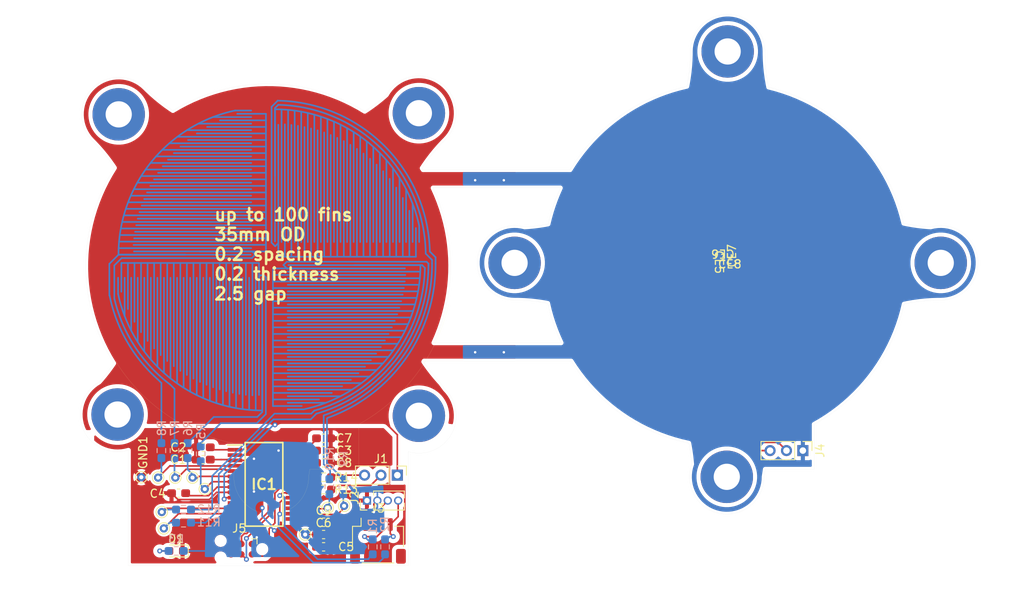
<source format=kicad_pcb>
(kicad_pcb (version 20241229) (generator "pcbnew") (generator_version "9.0")
  (layers (0 "F.Cu" signal) (2 "B.Cu" signal) (13 "F.Paste" user) (15 "B.Paste" user) (5 "F.SilkS" user "F.Silkscreen") (7 "B.SilkS" user "B.Silkscreen") (1 "F.Mask" user) (3 "B.Mask" user) (25 "Edge.Cuts" user))
  (net 0 "")
  (net 1 "Net-(IC1-VCCD)")
  (net 2 "GND")
  (net 3 "VDD")
  (net 4 "Net-(IC1-P5.2)")
  (net 5 "Net-(IC1-P5.3)")
  (net 6 "Net-(IC1-P5.0)")
  (net 7 "Net-(CE1-Pad2)")
  (net 8 "Net-(CE1-Pad1)")
  (net 9 "Net-(CE2-Pad2)")
  (net 10 "Net-(CE2-Pad1)")
  (net 15 "Net-(CE3-Pad1)")
  (net 16 "Net-(CE3-Pad2)")
  (net 17 "Net-(CE4-Pad1)")
  (net 18 "Net-(CE4-Pad2)")
  (net 19 "CAP3B")
  (net 20 "CAP2A")
  (net 21 "Net-(J1-Pin_3)")
  (net 22 "Net-(IC1-P0.1)")
  (net 27 "CAP0B")
  (net 28 "/RESET")
  (net 29 "Net-(IC1-P3.7)")
  (net 30 "CAP0A")
  (net 31 "CAP4A")
  (net 32 "Net-(IC1-P0.0)")
  (net 33 "CAP1A")
  (net 34 "CAP2B")
  (net 35 "CAP4B")
  (net 36 "Net-(IC1-P3.6)")
  (net 37 "CAP1B")
  (net 38 "CAP3A")
  (net 39 "SCL")
  (net 40 "SDA")
  (net 41 "SHEILD")
  (net 42 "Net-(J1-Pin_2)")
  (net 45 "Net-(D1-A)")
  (footprint "ECE382N:02W_02S_COIL_BACK" (layer "F.Cu") (at 186.462915 50.091 180)
    (property "Reference" "CE2" (hide yes))
    (property "Value" "C")
  )
  (footprint "MountingHole:MountingHole_3.2mm_M3_Pad" (layer "F.Cu") (at 216.813046 51.087283)
    (property "Reference" "H8" (hide yes))
    (property "Value" "~")
  )
  (footprint "ECE382N:02W_02S_COIL_BACK" (layer "F.Cu") (at 187.567915 50.341 90)
    (property "Reference" "CE3" (hide yes))
    (property "Value" "C")
  )
  (footprint "Capacitor_SMD:C_0603_1608Metric_Pad1.08x0.95mm_HandSolder" (layer "F.Cu") (at 175.8 79.2 180)
    (property "Reference" "C4")
    (property "Value" "0.1uF")
  )
  (footprint "TestPoint:TestPoint_THTPad_D1.0mm_Drill0.5mm" (layer "F.Cu") (at 177.5 77.3)
    (property "Reference" "TP2" (hide yes))
    (property "Value" "TestPoint")
  )
  (footprint "MountingHole:MountingHole_3.2mm_M3_Pad" (layer "F.Cu") (at 242.822646 25.280883)
    (property "Reference" "H5" (hide yes))
    (property "Value" "~")
  )
  (footprint "LED_SMD:LED_0603_1608Metric" (layer "F.Cu") (at 175.5 86.25 180)
    (property "Reference" "D1")
    (property "Value" "LED")
  )
  (footprint "Resistor_SMD:R_0603_1608Metric_Pad0.98x0.95mm_HandSolder" (layer "F.Cu") (at 193.5 77.25)
    (property "Reference" "R14")
    (property "Value" "560")
  )
  (footprint "Connector_PinHeader_1.27mm:PinHeader_1x04_P1.27mm_Vertical" (layer "F.Cu") (at 198.795 80.1 90)
    (property "Reference" "J2")
    (property "Value" "Conn_01x04")
  )
  (footprint "Capacitor_SMD:C_0603_1608Metric_Pad1.08x0.95mm_HandSolder" (layer "F.Cu") (at 178.8 75.1 180)
    (property "Reference" "C1")
    (property "Value" "0.1uF")
  )
  (footprint "ECE382N:02W_02S__COIL_FRONT" (layer "F.Cu") (at 242.23072 49.976 180)
    (property "Reference" "CE6")
    (property "Value" "C")
  )
  (footprint "Connector_PinHeader_2.00mm:PinHeader_1x03_P2.00mm_Vertical" (layer "F.Cu") (at 252.000001 74 -90)
    (property "Reference" "J4")
    (property "Value" "Conn_01x03")
  )
  (footprint "TestPoint:TestPoint_THTPad_D1.0mm_Drill0.5mm" (layer "F.Cu") (at 175.4 77.3 180)
    (property "Reference" "TP3" (hide yes))
    (property "Value" "TestPoint")
  )
  (footprint "ECE382N:02W_02S__COIL_FRONT" (layer "F.Cu") (at 243.33572 50.226 90)
    (property "Reference" "CE7")
    (property "Value" "C")
  )
  (footprint "Capacitor_SMD:C_0603_1608Metric_Pad1.08x0.95mm_HandSolder" (layer "F.Cu") (at 193.5 74)
    (property "Reference" "C3")
    (property "Value" "2.2n")
  )
  (footprint "TestPoint:TestPoint_THTPad_D1.0mm_Drill0.5mm" (layer "F.Cu") (at 173.75 81.5 180)
    (property "Reference" "TP8" (hide yes))
    (property "Value" "TestPoint")
  )
  (footprint "MountingHole:MountingHole_3.2mm_M3_Pad" (layer "F.Cu") (at 168.491566 32.958434)
    (property "Reference" "H1" (hide yes))
    (property "Value" "~")
  )
  (footprint "Connector_PinHeader_2.00mm:PinHeader_1x03_P2.00mm_Vertical" (layer "F.Cu") (at 202.5 77 -90)
    (property "Reference" "J1")
    (property "Value" "Conn_01x03")
  )
  (footprint "Connector_JST:JST_SH_SM04B-SRSS-TB_1x04-1MP_P1.00mm_Horizontal" (layer "F.Cu") (at 200.137801 85.026409)
    (property "Reference" "J3")
    (property "Value" "Conn_01x04")
  )
  (footprint "MountingHole:MountingHole_3.2mm_M3_Pad" (layer "F.Cu") (at 268.832246 51.087283)
    (property "Reference" "H6" (hide yes))
    (property "Value" "~")
  )
  (footprint "ECE382N:SOP65P780X200-28N" (layer "F.Cu") (at 186.223505 78.125)
    (property "Reference" "IC1")
    (property "Value" "CY8C4145PVI-PS431" (hide yes))
  )
  (footprint "TestPoint:TestPoint_THTPad_D1.0mm_Drill0.5mm" (layer "F.Cu") (at 173.3 77.3 180)
    (property "Reference" "TP4" (hide yes))
    (property "Value" "TestPoint")
  )
  (footprint "MountingHole:MountingHole_3.2mm_M3_Pad" (layer "F.Cu") (at 205.131046 69.749583)
    (property "Reference" "H4" (hide yes))
    (property "Value" "~")
  )
  (footprint "ECE382N:02W_02S_COIL_BACK" (layer "F.Cu") (at 186.012915 51.102 -90)
    (property "Reference" "CE1" (hide yes))
    (property "Value" "C")
  )
  (footprint "TestPoint:TestPoint_THTPad_D1.0mm_Drill0.5mm" (layer "F.Cu") (at 196 80.75 90)
    (property "Reference" "TP5" (hide yes))
    (property "Value" "TestPoint")
  )
  (footprint "TestPoint:TestPoint_THTPad_D1.0mm_Drill0.5mm" (layer "F.Cu") (at 194 81)
    (property "Reference" "TP6" (hide yes))
    (property "Value" "TestPoint")
  )
  (footprint "ECE382N:02W_02S_COIL_BACK" (layer "F.Cu") (at 187.317915 51.362)
    (property "Reference" "CE4" (hide yes))
    (property "Value" "C")
  )
  (footprint "Capacitor_SMD:C_0603_1608Metric_Pad1.08x0.95mm_HandSolder" (layer "F.Cu") (at 193.5 75.5)
    (property "Reference" "C8")
    (property "Value" "470n")
  )
  (footprint "TestPoint:TestPoint_THTPad_D1.0mm_Drill0.5mm" (layer "F.Cu") (at 174 83.5 180)
    (property "Reference" "TP7" (hide yes))
    (property "Value" "TestPoint")
  )
  (footprint "ECE382N:02W_02S__COIL_FRONT" (layer "F.Cu") (at 243.08572 51.247)
    (property "Reference" "CE8")
    (property "Value" "C")
  )
  (footprint "Connector:Tag-Connect_TC2030-IDC-NL_2x03_P1.27mm_Vertical" (layer "F.Cu") (at 183.47 86.035 180)
    (property "Reference" "J5")
    (property "Value" "Conn_ARM_SWD_TagConnect_TC2030-NL")
  )
  (footprint "TestPoint:TestPoint_THTPad_D1.0mm_Drill0.5mm" (layer "F.Cu") (at 191.25 84.25 180)
    (property "Reference" "VDDD1" (hide yes))
    (property "Value" "TestPoint")
  )
  (footprint "ECE382N:02W_02S__COIL_FRONT" (layer "F.Cu") (at 241.78072 50.987 -90)
    (property "Reference" "CE5")
    (property "Value" "C")
  )
  (footprint "Capacitor_SMD:C_0603_1608Metric_Pad1.08x0.95mm_HandSolder" (layer "F.Cu") (at 193.5 85.75)
    (property "Reference" "C5")
    (property "Value" "470n")
  )
  (footprint "MountingHole:MountingHole_3.2mm_M3_Pad" (layer "F.Cu") (at 168.347876 69.597883)
    (property "Reference" "H3" (hide yes))
    (property "Value" "~")
  )
  (footprint "MountingHole:MountingHole_3.2mm_M3_Pad" (layer "F.Cu") (at 242.715396 77.204133)
    (property "Reference" "H7" (hide yes))
    (property "Value" "~")
  )
  (footprint "TestPoint:TestPoint_THTPad_D1.0mm_Drill0.5mm" (layer "F.Cu") (at 171.25 77.25 -90)
    (property "Reference" "GND1")
    (property "Value" "TestPoint")
  )
  (footprint "Resistor_SMD:R_0603_1608Metric_Pad0.98x0.95mm_HandSolder" (layer "F.Cu") (at 193.5 78.75)
    (property "Reference" "R13")
    (property "Value" "560")
  )
  (footprint "Capacitor_SMD:C_0603_1608Metric_Pad1.08x0.95mm_HandSolder" (layer "F.Cu") (at 193.5 82.75)
    (property "Reference" "C9")
    (property "Value" "0.1uF")
  )
  (footprint "Capacitor_SMD:C_0603_1608Metric_Pad1.08x0.95mm_HandSolder" (layer "F.Cu") (at 178.8 73.6 180)
    (property "Reference" "C2")
    (property "Value" "0.1uF")
  )
  (footprint "Capacitor_SMD:C_0603_1608Metric_Pad1.08x0.95mm_HandSolder" (layer "F.Cu") (at 193.5 72.5)
    (property "Reference" "C7")
    (property "Value" "470n")
  )
  (footprint "Capacitor_SMD:C_0603_1608Metric_Pad1.08x0.95mm_HandSolder" (layer "F.Cu") (at 193.5 84.25)
    (property "Reference" "C6")
    (property "Value" "470n")
  )
  (footprint "MountingHole:MountingHole_3.2mm_M3_Pad" (layer "F.Cu") (at 205.131006 32.814753)
    (property "Reference" "H2" (hide yes))
    (property "Value" "~")
  )
  (footprint "TestPoint:TestPoint_THTPad_D1.0mm_Drill0.5mm" (layer "F.Cu") (at 179 78.7)
    (property "Reference" "TP1" (hide yes))
    (property "Value" "TestPoint")
  )
  (footprint "Resistor_SMD:R_0603_1608Metric_Pad0.98x0.95mm_HandSolder" (layer "B.Cu") (at 176.4 82.8)
    (property "Reference" "R11")
    (property "Value" "560")
  )
  (footprint "Resistor_SMD:R_0603_1608Metric_Pad0.98x0.95mm_HandSolder" (layer "B.Cu") (at 178.5 74.4 90)
    (property "Reference" "R5")
    (property "Value" "560")
  )
  (footprint "Resistor_SMD:R_0603_1608Metric_Pad0.98x0.95mm_HandSolder" (layer "B.Cu") (at 173.7 74 90)
    (property "Reference" "R8")
    (property "Value" "560")
  )
  (footprint "Resistor_SMD:R_0603_1608Metric_Pad0.98x0.95mm_HandSolder" (layer "B.Cu") (at 176.4 81.2)
    (property "Reference" "R12")
    (property "Value" "560")
  )
  (footprint "Resistor_SMD:R_0603_1608Metric_Pad0.98x0.95mm_HandSolder" (layer "B.Cu") (at 176.9 74 90)
    (property "Reference" "R6")
    (property "Value" "560")
  )
  (footprint "Resistor_SMD:R_0603_1608Metric_Pad0.98x0.95mm_HandSolder" (layer "B.Cu") (at 175.5 86.25 180)
    (property "Reference" "R3")
    (property "Value" "560")
  )
  (footprint "Resistor_SMD:R_0603_1608Metric_Pad0.98x0.95mm_HandSolder" (layer "B.Cu") (at 199.5 85.75 90)
    (property "Reference" "R1")
    (property "Value" "560")
  )
  (footprint "Resistor_SMD:R_0603_1608Metric_Pad0.98x0.95mm_HandSolder" (layer "B.Cu") (at 194.2 78.4 90)
    (property "Reference" "R10")
    (property "Value" "560")
  )
  (footprint "Resistor_SMD:R_0603_1608Metric_Pad0.98x0.95mm_HandSolder" (layer "B.Cu") (at 175.3 74 90)
    (property "Reference" "R7")
    (property "Value" "560")
  )
  (footprint "Resistor_SMD:R_0603_1608Metric_Pad0.98x0.95mm_HandSolder" (layer "B.Cu") (at 201 85.75 90)
    (property "Reference" "R2")
    (property "Value" "560")
  )
  (footprint "Resistor_SMD:R_0603_1608Metric_Pad0.98x0.95mm_HandSolder" (layer "B.Cu") (at 195.9 78.4 90)
    (property "Reference" "R9")
    (property "Value" "560")
  )
  (gr_arc (start 241.657561 69.567256) (mid 229.980985 65.442987) (end 223.48503 54.9) (stroke (width 0.2)) (layer "F.Cu") (net 21))
  (gr_arc (start 223.770734 49.484577) (mid 227.983107 38.058235) (end 238.4 31.75) (stroke (width 0.2)) (layer "F.Cu") (net 21))
  (gr_arc (start 243.699965 31.736812) (mid 256.40309 37.032601) (end 261.9 49.65) (stroke (width 0.2)) (layer "F.Cu") (net 21))
  (gr_arc (start 174.773714 65.943) (mid 170.440753 61.277946) (end 167.952995 55.4172) (stroke (width 0.2)) (layer "B.Cu") (net 10))
  (gr_arc (start 205.863053 51.7) (mid 201.993987 62.640438) (end 192.367051 69.120018) (stroke (width 0.2)) (layer "B.Cu") (net 18))
  (gr_arc (start 207.166597 51.155728) (mid 203.591214 62.679511) (end 194 70) (stroke (width 0.2)) (layer "B.Cu") (net 15))
  (gr_arc (start 187.882195 31.286187) (mid 200.876977 36.761217) (end 206.469101 49.70604) (stroke (width 0.2)) (layer "B.Cu") (net 15))
  (gr_arc (start 187.963946 31.797564) (mid 200.635265 37.240356) (end 205.964164 49.96) (stroke (width 0.2)) (layer "B.Cu") (net 16))
  (gr_arc (start 173.3 65.35) (mid 169.504185 60.693143) (end 167.376338 55.074707) (stroke (width 0.2)) (layer "B.Cu") (net 9))
  (gr_arc (start 206.299177 51.353274) (mid 202.486677 62.707486) (end 192.620041 69.497405) (stroke (width 0.2)) (layer "B.Cu") (net 17))
  (gr_arc (start 206.735478 51.155121) (mid 203.151587 62.548483) (end 193.569796 69.678858) (stroke (width 0.2)) (layer "B.Cu") (net 16))
  (gr_arc (start 208.766824 56.123035) (mid 204.854234 64.641913) (end 197.784146 70.797682) (stroke (width 0.008)) (layer "F.SilkS"))
  (gr_arc (start 182.464917 73.10369) (mid 174.257781 69.560132) (end 168.103842 63.076083) (stroke (width 0.008)) (layer "F.SilkS"))
  (gr_line (start 197.784146 70.797682) (end 197.784146 76.284083) (stroke (width 0.008)) (layer "F.SilkS"))
  (gr_line (start 197.784146 76.284083) (end 191.814195 76.284083) (stroke (width 0.008)) (layer "F.SilkS"))
  (gr_line (start 191.676799 77.182719) (end 191.814195 76.284083) (stroke (width 0.008)) (layer "F.SilkS"))
  (gr_arc (start 191.676799 77.182719) (mid 186.3339 81.703965) (end 182.815522 75.653404) (stroke (width 0.008)) (layer "F.SilkS"))
  (gr_arc (start 182.464917 73.10369) (mid 182.678102 74.373338) (end 182.815522 75.653404) (stroke (width 0.008)) (layer "F.SilkS"))
  (gr_arc (start 216.813046 55.653635) (mid 212.2889 50.467868) (end 218.040426 46.688975) (stroke (width 0.008)) (layer "Edge.Cuts"))
  (gr_line (start 206.966778 60.840883) (end 222.487259 60.840883) (stroke (width 0.008)) (layer "Edge.Cuts"))
  (gr_arc (start 165.262667 36.187333) (mid 166.696577 37.771834) (end 167.965653 39.49119) (stroke (width 0.008)) (layer "Edge.Cuts"))
  (gr_arc (start 222.487259 60.840883) (mid 221.529753 58.483548) (end 220.847236 56.032423) (stroke (width 0.008)) (layer "Edge.Cuts"))
  (gr_line (start 203.808246 88.069683) (end 203.808246 74.120137) (stroke (width 0.008)) (layer "Edge.Cuts"))
  (gr_arc (start 175.107991 32.487779) (mid 173.343807 31.195145) (end 171.720464 29.729536) (stroke (width 0.008)) (layer "Edge.Cuts"))
  (gr_arc (start 238.256294 25.280883) (mid 242.822646 20.714531) (end 247.388998 25.280883) (stroke (width 0.008)) (layer "Edge.Cuts"))
  (gr_line (start 208.344731 66.505547) (end 207.806458 65.772968) (stroke (width 0.008)) (layer "Edge.Cuts"))
  (gr_arc (start 247.281699 77.182719) (mid 241.9388 81.703965) (end 238.420422 75.653404) (stroke (width 0.008)) (layer "Edge.Cuts"))
  (gr_arc (start 267.604866 46.688975) (mid 273.356392 50.467868) (end 268.832246 55.653635) (stroke (width 0.008)) (layer "Edge.Cuts"))
  (gr_arc (start 223.583609 39.708083) (mid 229.665648 33.160005) (end 237.831414 29.528363) (stroke (width 0.008)) (layer "Edge.Cuts"))
  (gr_arc (start 220.895547 46.331918) (mid 219.473982 46.558391) (end 218.040426 46.688975) (stroke (width 0.008)) (layer "Edge.Cuts"))
  (gr_arc (start 264.371724 56.123035) (mid 266.58967 55.771307) (end 268.832246 55.653635) (stroke (width 0.008)) (layer "Edge.Cuts"))
  (gr_arc (start 216.813046 55.653635) (mid 218.839013 55.748539) (end 220.847236 56.032423) (stroke (width 0.008)) (layer "Edge.Cuts"))
  (gr_arc (start 205.537759 39.52963) (mid 205.594166 39.618724) (end 205.65015 39.708083) (stroke (width 0.008)) (layer "Edge.Cuts"))
  (gr_arc (start 267.604866 46.688975) (mid 265.955471 46.530284) (end 264.323254 46.244706) (stroke (width 0.008)) (layer "Edge.Cuts"))
  (gr_arc (start 175.107991 32.487779) (mid 186.826148 29.211232) (end 198.518452 32.57887) (stroke (width 0.008)) (layer "Edge.Cuts"))
  (gr_line (start 253.389046 70.797682) (end 253.389046 76.284083) (stroke (width 0.008)) (layer "Edge.Cuts"))
  (gr_line (start 169.670646 73.968446) (end 169.670646 88.069683) (stroke (width 0.008)) (layer "Edge.Cuts"))
  (gr_arc (start 238.256294 25.280883) (mid 238.149809 27.415222) (end 237.831414 29.528363) (stroke (width 0.008)) (layer "Edge.Cuts"))
  (gr_arc (start 201.153049 30.572566) (mid 207.892066 29.177708) (end 208.359909 36.043649) (stroke (width 0.008)) (layer "Edge.Cuts"))
  (gr_arc (start 247.833969 29.626599) (mid 247.500531 27.465102) (end 247.388998 25.280883) (stroke (width 0.008)) (layer "Edge.Cuts"))
  (gr_arc (start 207.806458 65.772968) (mid 206.71664 64.502747) (end 205.729285 63.151349) (stroke (width 0.008)) (layer "Edge.Cuts"))
  (gr_line (start 223.708742 63.076083) (end 205.775282 63.076083) (stroke (width 0.008)) (layer "Edge.Cuts"))
  (gr_arc (start 201.153049 30.572566) (mid 199.874538 31.626653) (end 198.518452 32.57887) (stroke (width 0.008)) (layer "Edge.Cuts"))
  (gr_arc (start 205.775282 63.076083) (mid 205.752322 63.113739) (end 205.729285 63.151349) (stroke (width 0.008)) (layer "Edge.Cuts"))
  (gr_arc (start 205.537759 39.52963) (mid 206.857374 37.712596) (end 208.359909 36.043649) (stroke (width 0.008)) (layer "Edge.Cuts"))
  (gr_line (start 205.65015 39.708083) (end 223.583609 39.708083) (stroke (width 0.008)) (layer "Edge.Cuts"))
  (gr_arc (start 264.371724 56.123035) (mid 260.459134 64.641913) (end 253.389046 70.797682) (stroke (width 0.008)) (layer "Edge.Cuts"))
  (gr_arc (start 238.069817 73.10369) (mid 229.862681 69.560132) (end 223.708742 63.076083) (stroke (width 0.008)) (layer "Edge.Cuts"))
  (gr_arc (start 208.344731 66.505547) (mid 209.053974 72.086716) (end 203.808246 74.120137) (stroke (width 0.008)) (layer "Edge.Cuts"))
  (gr_arc (start 238.069817 73.10369) (mid 238.283002 74.373338) (end 238.420422 75.653404) (stroke (width 0.008)) (layer "Edge.Cuts"))
  (gr_line (start 222.392107 41.943283) (end 206.871633 41.943283) (stroke (width 0.008)) (layer "Edge.Cuts"))
  (gr_line (start 247.281699 77.182719) (end 247.419095 76.284083) (stroke (width 0.008)) (layer "Edge.Cuts"))
  (gr_arc (start 206.871633 41.943283) (mid 209.021783 51.381497) (end 206.966778 60.840883) (stroke (width 0.008)) (layer "Edge.Cuts"))
  (gr_arc (start 220.895547 46.331918) (mid 221.529363 44.098566) (end 222.392107 41.943283) (stroke (width 0.008)) (layer "Edge.Cuts"))
  (gr_arc (start 169.670646 73.968446) (mid 164.148379 71.391131) (end 166.105697 65.619918) (stroke (width 0.008)) (layer "Edge.Cuts"))
  (gr_line (start 169.670646 88.069683) (end 203.808246 88.069683) (stroke (width 0.008)) (layer "Edge.Cuts"))
  (gr_arc (start 165.262667 36.187333) (mid 165.262667 29.729535) (end 171.720464 29.729536) (stroke (width 0.008)) (layer "Edge.Cuts"))
  (gr_arc (start 167.872095 63.348564) (mid 164.456998 51.406301) (end 167.965653 39.49119) (stroke (width 0.008)) (layer "Edge.Cuts"))
  (gr_line (start 253.389046 76.284083) (end 247.419095 76.284083) (stroke (width 0.008)) (layer "Edge.Cuts"))
  (gr_arc (start 167.872095 63.348564) (mid 167.027037 64.513902) (end 166.105697 65.619918) (stroke (width 0.008)) (layer "Edge.Cuts"))
  (gr_arc (start 247.833969 29.626599) (mid 258.436826 35.595719) (end 264.323254 46.244706) (stroke (width 0.008)) (layer "Edge.Cuts"))
  (gr_text "up to 100 fins\n35mm OD\n0.2 spacing\n0.2 thickness\n2.5 gap" (at 180 55.75 0) (layer "F.SilkS") (effects (font (size 1.5 1.5) (thickness 0.3) (bold yes)) (justify left bottom)))
  (segment (start 180.1 73.9) (end 182.685505 73.9) (width 0.2) (layer "F.Cu") (net 1))
  (segment (start 182.685505 79.1) (end 180.432786 79.1) (width 0.2) (layer "F.Cu") (net 2))
  (segment (start 198.795 82.86921) (end 198.637801 83.026409) (width 0.2) (layer "F.Cu") (net 2))
  (segment (start 198.795 80.1) (end 198.795 82.86921) (width 0.2) (layer "F.Cu") (net 2))
  (segment (start 201.524 78.274) (end 201.524 74.524) (width 0.2) (layer "F.Cu") (net 2))
  (segment (start 182.2 84.7) (end 182 84.5) (width 0.2) (layer "F.Cu") (net 2))
  (segment (start 180.432786 79.1) (end 179.556786 79.976) (width 0.2) (layer "F.Cu") (net 2))
  (segment (start 179.556786 79.976) (end 175.713499 79.976) (width 0.2) (layer "F.Cu") (net 2))
  (segment (start 175.713499 79.976) (end 174.937499 79.2) (width 0.2) (layer "F.Cu") (net 2))
  (segment (start 203.407246 79.157246) (end 203.407246 81.5) (width 0.2) (layer "F.Cu") (net 2))
  (segment (start 185 74) (end 186 74) (width 0.2) (layer "F.Cu") (net 2))
  (segment (start 182.685505 74.55) (end 184.45 74.55) (width 0.2) (layer "F.Cu") (net 2))
  (segment (start 184.45 74.55) (end 185 74) (width 0.2) (layer "F.Cu") (net 2))
  (segment (start 182.2 85.4) (end 182.2 84.7) (width 0.2) (layer "F.Cu") (net 2))
  (via (at 186 81) (size 0.6) (drill 0.3) (layers "F.Cu" "B.Cu") (net 2))
  (via (at 187.484285 83.765715) (size 0.6) (drill 0.3) (layers "F.Cu" "B.Cu") (net 2))
  (segment (start 187.109285 83.390715) (end 187.109285 83.109285) (width 0.2) (layer "B.Cu") (net 2))
  (segment (start 187.109285 83.109285) (end 186 82) (width 0.2) (layer "B.Cu") (net 2))
  (segment (start 186 82) (end 186 81) (width 0.2) (layer "B.Cu") (net 2))
  (segment (start 187.484285 83.765715) (end 187.109285 83.390715) (width 0.2) (layer "B.Cu") (net 2))
  (segment (start 192.2375 82.35) (end 192.6375 82.75) (width 0.2) (layer "F.Cu") (net 3))
  (segment (start 182.685505 75.2) (end 184.8 75.2) (width 0.2) (layer "F.Cu") (net 3))
  (segment (start 185.150252 84.776813) (end 185.150252 84.989748) (width 0.2) (layer "F.Cu") (net 3))
  (segment (start 182.585505 75.1) (end 182.685505 75.2) (width 0.2) (layer "F.Cu") (net 3))
  (segment (start 179.464686 79.501) (end 180.515686 78.45) (width 0.2) (layer "F.Cu") (net 3))
  (segment (start 179.6625 75.1) (end 181 75.1) (width 0.2) (layer "F.Cu") (net 3))
  (segment (start 176.963501 79.501) (end 179.464686 79.501) (width 0.2) (layer "F.Cu") (net 3))
  (segment (start 181 75.1) (end 182.585505 75.1) (width 0.2) (layer "F.Cu") (net 3))
  (segment (start 185.340317 84.586748) (end 185.150252 84.776813) (width 0.2) (layer "F.Cu") (net 3))
  (segment (start 184.45 78.45) (end 185 79) (width 0.2) (layer "F.Cu") (net 3))
  (segment (start 180.515686 78.45) (end 182.685505 78.45) (width 0.2) (layer "F.Cu") (net 3))
  (segment (start 185.150252 84.989748) (end 184.74 85.4) (width 0.2) (layer "F.Cu") (net 3))
  (segment (start 189.761505 82.35) (end 192.2375 82.35) (width 0.2) (layer "F.Cu") (net 3))
  (segment (start 189.761505 73.9) (end 188.1 73.9) (width 0.2) (layer "F.Cu") (net 3))
  (segment (start 200.065 80.1) (end 199.637801 80.527199) (width 0.2) (layer "F.Cu") (net 3))
  (segment (start 188.1 73.9) (end 188 74) (width 0.2) (layer "F.Cu") (net 3))
  (segment (start 199.637801 83.026409) (end 199.637801 81.5) (width 0.2) (layer "F.Cu") (net 3))
  (segment (start 176.662501 79.2) (end 176.963501 79.501) (width 0.2) (layer "F.Cu") (net 3))
  (segment (start 191.25 84.25) (end 192.637499 84.25) (width 0.2) (layer "F.Cu") (net 3))
  (segment (start 182.685505 78.45) (end 184.45 78.45) (width 0.2) (layer "F.Cu") (net 3))
  (segment (start 184.8 75.2) (end 185 75) (width 0.2) (layer "F.Cu") (net 3))
  (segment (start 199.637801 80.527199) (end 199.637801 81.5) (width 0.2) (layer "F.Cu") (net 3))
  (segment (start 192.637499 85.75) (end 192.6375 82.75) (width 0.2) (layer "F.Cu") (net 3))
  (via (at 185 75) (size 0.6) (drill 0.3) (layers "F.Cu" "B.Cu") (net 3))
  (via (at 199.637801 81.5) (size 0.6) (drill 0.3) (layers "F.Cu" "B.Cu") (net 3))
  (via (at 185.340317 84.586748) (size 0.6) (drill 0.3) (layers "F.Cu" "B.Cu") (net 3))
  (via (at 185 79) (size 0.6) (drill 0.3) (layers "F.Cu" "B.Cu") (net 3))
  (via (at 188 74) (size 0.6) (drill 0.3) (layers "F.Cu" "B.Cu") (net 3))
  (segment (start 200.065 80.1) (end 200.065 80.935) (width 0.2) (layer "B.Cu") (net 3))
  (segment (start 200 81) (end 199.5 81.5) (width 0.2) (layer "B.Cu") (net 3))
  (segment (start 200.065 80.935) (end 200 81) (width 0.2) (layer "B.Cu") (net 3))
  (segment (start 200.065 80.1) (end 200.065 78.565) (width 0.2) (layer "B.Cu") (net 3))
  (segment (start 176.4125 86.25) (end 179.25 86.25) (width 0.2) (layer "B.Cu") (net 3))
  (segment (start 192.2 73.737499) (end 190.737499 75.2) (width 0.2) (layer "F.Cu") (net 4))
  (segment (start 190.737499 75.2) (end 189.761505 75.2) (width 0.2) (layer "F.Cu") (net 4))
  (segment (start 189.761505 74.55) (end 189.812505 74.601) (width 0.2) (layer "F.Cu") (net 5))
  (segment (start 190.649 74.601) (end 192.637499 72.612501) (width 0.2) (layer "F.Cu") (net 5))
  (segment (start 192.637499 72.612501) (end 192.637499 72.5) (width 0.2) (layer "F.Cu") (net 5))
  (segment (start 189.812505 74.601) (end 190.649 74.601) (width 0.2) (layer "F.Cu") (net 5))
  (segment (start 191.987499 75.85) (end 189.761505 75.85) (width 0.2) (layer "F.Cu") (net 6))
  (segment (start 192.4 75.437499) (end 191.987499 75.85) (width 0.2) (layer "F.Cu") (net 6))
  (segment (start 186.012915 69.287085) (end 185.4 69.9) (width 0.2) (layer "B.Cu") (net 7))
  (segment (start 180.0875 69.9) (end 176.9 73.0875) (width 0.2) (layer "B.Cu") (net 7))
  (segment (start 186.012915 61.002) (end 186.012915 69.287085) (width 0.2) (layer "B.Cu") (net 7))
  (segment (start 185.4 69.9) (end 180.0875 69.9) (width 0.2) (layer "B.Cu") (net 7))
  (segment (start 186.012915 61.402) (end 186.012915 68.687085) (width 0.2) (layer "B.Cu") (net 7))
  (segment (start 180.95 70.65) (end 185.35 70.65) (width 0.2) (layer "B.Cu") (net 8))
  (segment (start 178.525 73.075) (end 180.95 70.65) (width 0.2) (layer "B.Cu") (net 8))
  (segment (start 185.35 70.65) (end 186.45 69.55) (width 0.2) (layer "B.Cu") (net 8))
  (segment (start 185.799 52.601) (end 185.612915 52.787085) (width 0.2) (layer "B.Cu") (net 8))
  (segment (start 178.5 73.075) (end 178.525 73.075) (width 0.2) (layer "B.Cu") (net 8))
  (segment (start 186.45 52.841311) (end 186.209689 52.601) (width 0.2) (layer "B.Cu") (net 8))
  (segment (start 185.612915 52.787085) (end 185.612915 59.2) (width 0.2) (layer "B.Cu") (net 8))
  (segment (start 186.45 69.55) (end 186.45 52.841311) (width 0.2) (layer "B.Cu") (net 8))
  (segment (start 186.209689 52.601) (end 185.799 52.601) (width 0.2) (layer "B.Cu") (net 8))
  (segment (start 167.35 51.203915) (end 167.35 55.048369) (width 0.2) (layer "B.Cu") (net 9))
  (segment (start 170.65 50.1) (end 169.717815 50.1) (width 0.2) (layer "B.Cu") (net 9))
  (segment (start 168.462915 50.091) (end 167.35 51.203915) (width 0.2) (layer "B.Cu") (net 9))
  (segment (start 171.012057 50.091) (end 170.679857 50.091) (width 0.2) (layer "B.Cu") (net 9))
  (segment (start 173.3 65.35) (end 173.7 65.75) (width 0.2) (layer "B.Cu") (net 9))
  (segment (start 176.662915 50.091) (end 168.659 50.091) (width 0.2) (layer "B.Cu") (net 9))
  (segment (start 169.717815 50.1) (end 169.385615 50.1) (width 0.2) (layer "B.Cu") (net 9))
  (segment (start 176.562915 50.091) (end 168.462915 50.091) (width 0.2) (layer "B.Cu") (net 9))
  (segment (start 167.35 55.048369) (end 167.376338 55.074707) (width 0.2) (layer "B.Cu") (net 9))
  (segment (start 170.407157 50.091) (end 176.662915 50.091) (width 0.2) (layer "B.Cu") (net 9))
  (segment (start 173.7 65.75) (end 173.7 73.0875) (width 0.2) (layer "B.Cu") (net 9))
  (segment (start 185.05 50.201689) (end 184.751689 50.5) (width 0.2) (layer "B.Cu") (net 10))
  (segment (start 185.05 49.95) (end 185.05 50.201689) (width 0.2) (layer "B.Cu") (net 10))
  (segment (start 167.952995 51.39482) (end 167.952995 55.4172) (width 0.2) (layer "B.Cu") (net 10))
  (segment (start 168.847815 50.5) (end 167.952995 51.39482) (width 0.2) (layer "B.Cu") (net 10))
  (segment (start 178.364915 49.691) (end 184.791 49.691) (width 0.2) (layer "B.Cu") (net 10))
  (segment (start 175.3 66.469286) (end 175.3 73.0875) (width 0.2) (layer "B.Cu") (net 10))
  (segment (start 174.773714 65.943) (end 175.3 66.469286) (width 0.2) (layer "B.Cu") (net 10))
  (segment (start 184.751689 50.5) (end 168.847815 50.5) (width 0.2) (layer "B.Cu") (net 10))
  (segment (start 184.791 49.691) (end 185.05 49.95) (width 0.2) (layer "B.Cu") (net 10))
  (segment (start 195.9 77.4875) (end 193.9125 75.5) (width 0.2) (layer "B.Cu") (net 15))
  (segment (start 206.469101 49.70604) (end 207.166597 50.403536) (width 0.2) (layer "B.Cu") (net 15))
  (segment (start 187.6 49.05) (end 187.579141 49.05) (width 0.2) (layer "B.Cu") (net 15))
  (segment (start 187.15 32.035223) (end 187.899036 31.286187) (width 0.2) (layer "B.Cu") (net 15))
  (segment (start 187.579141 49.05) (end 187.15 48.620859) (width 0.2) (layer "B.Cu") (net 15))
  (segment (start 187.967915 48.682085) (end 187.6 49.05) (width 0.2) (layer "B.Cu") (net 15))
  (segment (start 207.166597 50.403536) (end 207.166597 51.155728) (width 0.2) (layer "B.Cu") (net 15))
  (segment (start 187.15 48.620859) (end 187.15 32.035223) (width 0.2) (layer "B.Cu") (net 15))
  (segment (start 193.9125 70.0875) (end 194 70) (width 0.2) (layer "B.Cu") (net 15))
  (segment (start 187.967915 42.243) (end 187.967915 48.682085) (width 0.2) (layer "B.Cu") (net 15))
  (segment (start 193.9125 75.5) (end 193.9125 70.0875) (width 0.2) (layer "B.Cu") (net 15))
  (segment (start 187.567915 32.193595) (end 187.963946 31.797564) (width 0.2) (layer "B.Cu") (net 16))
  (segment (start 187.567915 40.441) (end 187.567915 32.193595) (width 0.2) (layer "B.Cu") (net 16))
  (segment (start 193.5115 75.6661) (end 194.3 76.4546) (width 0.2) (layer "B.Cu") (net 16))
  (segment (start 193.5115 69.737154) (end 193.5115 70.9885) (width 0.2) (layer "B.Cu") (net 16))
  (segment (start 193.5115 71) (end 193.5115 75.6661) (width 0.2) (layer "B.Cu") (net 16))
  (segment (start 193.5115 70.9885) (end 193.5 71) (width 0.2) (layer "B.Cu") (net 16))
  (segment (start 205.964164 49.96) (end 206.735478 50.731314) (width 0.2) (layer "B.Cu") (net 16))
  (segment (start 187.963946 31.797564) (end 187.954759 31.797564) (width 0.2) (layer "B.Cu") (net 16))
  (segment (start 193.569796 69.678858) (end 193.5115 69.737154) (width 0.2) (layer "B.Cu") (net 16))
  (segment (start 194.3 76.4546) (end 194.3 77.3875) (width 0.2) (layer "B.Cu") (net 16))
  (segment (start 206.735478 50.731314) (end 206.735478 51.155121) (width 0.2) (layer "B.Cu") (net 16))
  (segment (start 194.3 77.3875) (end 194.2 77.4875) (width 0.2) (layer "B.Cu") (net 16))
  (segment (start 193.5 71) (end 193.5115 71) (width 0.2) (layer "B.Cu") (net 16))
  (segment (start 179.1 82.8) (end 177.3125 82.8) (width 0.2) (layer "B.Cu") (net 17))
  (segment (start 195.415915 51.762) (end 189.012 51.762) (width 0.2) (layer "B.Cu") (net 17))
  (segment (start 188.6 51.35) (end 189 50.95) (width 0.2) (layer "B.Cu") (net 17))
  (segment (start 206.299177 51.173261) (end 206.299177 51.353274) (width 0.2) (layer "B.Cu") (net 17))
  (segment (start 187.374754 70.192346) (end 180.7 76.8671) (width 0.2) (layer "B.Cu") (net 17))
  (segment (start 192.620041 69.497405) (end 191.9251 70.192346) (width 0.2) (layer "B.Cu") (net 17))
  (segment (start 180.7 76.8671) (end 180.7 81.2) (width 0.2) (layer "B.Cu") (net 17))
  (segment (start 180.7 81.2) (end 179.1 82.8) (width 0.2) (layer "B.Cu") (net 17))
  (segment (start 189 50.95) (end 206.075916 50.95) (width 0.2) (layer "B.Cu") (net 17))
  (segment (start 189.012 51.762) (end 188.6 51.35) (width 0.2) (layer "B.Cu") (net 17))
  (segment (start 206.075916 50.95) (end 206.299177 51.173261) (width 0.2) (layer "B.Cu") (net 17))
  (segment (start 191.9251 70.192346) (end 187.374754 70.192346) (width 0.2) (layer "B.Cu") (net 17))
  (segment (start 179.9 81.2) (end 177.3125 81.2) (width 0.2) (layer "B.Cu") (net 18))
  (segment (start 191.992115 69.492115) (end 187.507885 69.492115) (width 0.2) (layer "B.Cu") (net 18))
  (segment (start 187.507885 69.492115) (end 179.9 77.1) (width 0.2) (layer "B.Cu") (net 18))
  (segment (start 205.525053 51.362) (end 205.863053 51.7) (width 0.2) (layer "B.Cu") (net 18))
  (segment (start 179.9 77.1) (end 179.9 81.2) (width 0.2) (layer "B.Cu") (net 18))
  (segment (start 192.366431 69.117799) (end 191.992115 69.492115) (width 0.2) (layer "B.Cu") (net 18))
  (segment (start 197.217915 51.362) (end 205.525053 51.362) (width 0.2) (layer "B.Cu") (net 18))
  (segment (start 189.761505 81.05) (end 189.812505 81.101) (width 0.2) (layer "F.Cu") (net 19))
  (segment (start 193.899 81.101) (end 194 81) (width 0.2) (layer "F.Cu") (net 19))
  (segment (start 189.761505 81.174) (end 189.761505 81.05) (width 0.2) (layer "F.Cu") (net 19))
  (segment (start 189.812505 81.101) (end 193.899 81.101) (width 0.2) (layer "F.Cu") (net 19))
  (segment (start 194.2 80.8) (end 194 81) (width 0.2) (layer "B.Cu") (net 19))
  (segment (start 194.2 79.3125) (end 194.2 80.8) (width 0.2) (layer "B.Cu") (net 19))
  (segment (start 182.685505 76.5) (end 182.561505 76.376) (width 0.2) (layer "F.Cu") (net 20))
  (segment (start 176.723 76.277) (end 175.6 77.4) (width 0.2) (layer "F.Cu") (net 20))
  (segment (start 181.497005 76.376) (end 181.497005 76.277) (width 0.2) (layer "F.Cu") (net 20))
  (segment (start 181.497005 76.277) (end 176.723 76.277) (width 0.2) (layer "F.Cu") (net 20))
  (segment (start 182.561505 76.376) (end 181.497005 76.376) (width 0.2) (layer "F.Cu") (net 20))
  (segment (start 175.3 77.1) (end 175.6 77.4) (width 0.2) (layer "B.Cu") (net 20))
  (segment (start 175.3 74.9125) (end 175.3 77.1) (width 0.2) (layer "B.Cu") (net 20))
  (segment (start 194.9125 77) (end 194.4125 77.5) (width 0.2) (layer "F.Cu") (net 21))
  (segment (start 223.770734 50.45) (end 223.770734 52.179266) (width 0.2) (layer "F.Cu") (net 21))
  (segment (start 223.770734 52.179266) (end 223.5 52.45) (width 0.2) (layer "F.Cu") (net 21))
  (segment (start 241.78072 69.042) (end 242.04436 69.30564) (width 0.2) (layer "F.Cu") (net 21))
  (segment (start 241.657561 69.567256) (end 241.919177 69.30564) (width 0.2) (layer "F.Cu") (net 21))
  (segment (start 231.85672 50.45) (end 223.770734 50.45) (width 0.2) (layer "F.Cu") (net 21))
  (segment (start 243.33572 40.441) (end 243.33572 31.76974) (width 0.2) (layer "F.Cu") (net 21))
  (segment (start 261.9 49.65) (end 260.303 51.247) (width 0.2) (layer "F.Cu") (net 21))
  (segment (start 246.73872 74) (end 248.000001 74) (width 0.2) (layer "F.Cu") (net 21))
  (segment (start 243.35546 31.75) (end 243.684018 31.75) (width 0.2) (layer "F.Cu") (net 21))
  (segment (start 198.5 77) (end 194.9125 77) (width 0.2) (layer "F.Cu") (net 21))
  (segment (start 260.303 51.247) (end 253.38572 51.247) (width 0.2) (layer "F.Cu") (net 21))
  (segment (start 232.33072 49.976) (end 231.85672 50.45) (width 0.2) (layer "F.Cu") (net 21))
  (segment (start 223.770734 49.484577) (end 223.770734 50.45) (width 0.2) (layer "F.Cu") (net 21))
  (segment (start 243.33572 31.76974) (end 243.35546 31.75) (width 0.2) (layer "F.Cu") (net 21))
  (segment (start 241.78072 61.287) (end 241.78072 69.042) (width 0.2) (layer "F.Cu") (net 21))
  (segment (start 241.919177 69.30564) (end 242.04436 69.30564) (width 0.2) (layer "F.Cu") (net 21))
  (segment (start 242.04436 69.30564) (end 246.73872 74) (width 0.2) (layer "F.Cu") (net 21))
  (segment (start 223.5 52.45) (end 223.5 54.88503) (width 0.2) (layer "F.Cu") (net 21))
  (segment (start 243.35546 31.75) (end 238.4 31.75) (width 0.2) (layer "F.Cu") (net 21))
  (segment (start 183.477687 86.67) (end 184.07737 87.269683) (width 0.2) (layer "F.Cu") (net 22))
  (segment (start 188.2 77.8) (end 189.761505 77.8) (width 0.2) (layer "F.Cu") (net 22))
  (segment (start 187.151 78.849) (end 188.2 77.8) (width 0.2) (layer "F.Cu") (net 22))
  (segment (start 187.151 81.649) (end 187.151 78.849) (width 0.2) (layer "F.Cu") (net 22))
  (segment (start 184.07737 84.72263) (end 187.151 81.649) (width 0.2) (layer "F.Cu") (net 22))
  (segment (start 183.47 86.67) (end 183.477687 86.67) (width 0.2) (layer "F.Cu") (net 22))
  (via (at 184.07737 87.269683) (size 0.6) (drill 0.3) (layers "F.Cu" "B.Cu") (net 22))
  (via (at 184.07737 84.72263) (size 0.6) (drill 0.3) (layers "F.Cu" "B.Cu") (net 22))
  (segment (start 184.07737 84.72263) (end 184.07737 87.269683) (width 0.2) (layer "B.Cu") (net 22))
  (segment (start 192.5875 77.5) (end 192.2375 77.15) (width 0.2) (layer "F.Cu") (net 27))
  (segment (start 192.2375 77.15) (end 189.761505 77.15) (width 0.2) (layer "F.Cu") (net 27))
  (segment (start 183.828427 84.12163) (end 184.11127 84.12163) (width 0.2) (layer "F.Cu") (net 28))
  (segment (start 184.11127 84.12163) (end 186.75 81.4829) (width 0.2) (layer "F.Cu") (net 28))
  (segment (start 186.75 81.4829) (end 186.75 78.447005) (width 0.2) (layer "F.Cu") (net 28))
  (segment (start 186.75 78.447005) (end 188.697005 76.5) (width 0.2) (layer "F.Cu") (net 28))
  (segment (start 183.47 85.03) (end 183.502399 84.997601) (width 0.2) (layer "F.Cu") (net 28))
  (segment (start 183.47637 84.473687) (end 183.828427 84.12163) (width 0.2) (layer "F.Cu") (net 28))
  (segment (start 183.47637 84.971573) (end 183.47637 84.473687) (width 0.2) (layer "F.Cu") (net 28))
  (segment (start 183.502399 84.997601) (end 183.47637 84.971573) (width 0.2) (layer "F.Cu") (net 28))
  (segment (start 183.47 85.4) (end 183.47 85.03) (width 0.2) (layer "F.Cu") (net 28))
  (segment (start 188.697005 76.5) (end 189.761505 76.5) (width 0.2) (layer "F.Cu") (net 28))
  (segment (start 189.711505 79.15) (end 189.761505 79.1) (width 0.2) (layer "F.Cu") (net 29))
  (segment (start 188.152 79.499472) (end 188.501472 79.15) (width 0.2) (layer "F.Cu") (net 29))
  (segment (start 188.501472 79.15) (end 189.711505 79.15) (width 0.2) (layer "F.Cu") (net 29))
  (via (at 188.152 79.499472) (size 0.6) (drill 0.3) (layers "F.Cu" "B.Cu") (net 29))
  (segment (start 188.448528 79.446585) (end 188.753 79.751057) (width 0.2) (layer "B.Cu") (net 29))
  (segment (start 188.204887 79.446585) (end 188.448528 79.446585) (width 0.2) (layer "B.Cu") (net 29))
  (segment (start 192.767683 87.267683) (end 197.482317 87.267683) (width 0.2) (layer "B.Cu") (net 29))
  (segment (start 188.753 83.247) (end 188.75 83.25) (width 0.2) (layer "B.Cu") (net 29))
  (segment (start 197.482317 87.267683) (end 197.5 87.25) (width 0.2) (layer "B.Cu") (net 29))
  (segment (start 188.75 83.25) (end 192.767683 87.267683) (width 0.2) (layer "B.Cu") (net 29))
  (segment (start 199 87.1625) (end 199.5 86.6625) (width 0.2) (layer "B.Cu") (net 29))
  (segment (start 197.5 87.25) (end 199 87.25) (width 0.2) (layer "B.Cu") (net 29))
  (segment (start 188.152 79.499472) (end 188.204887 79.446585) (width 0.2) (layer "B.Cu") (net 29))
  (segment (start 188.753 79.751057) (end 188.753 83.247) (width 0.2) (layer "B.Cu") (net 29))
  (segment (start 199 87.25) (end 199 87.1625) (width 0.2) (layer "B.Cu") (net 29))
  (segment (start 190.9375 80.4) (end 189.761505 80.4) (width 0.2) (layer "F.Cu") (net 30))
  (segment (start 192.327298 79.010202) (end 190.9375 80.4) (width 0.2) (layer "F.Cu") (net 30))
  (segment (start 192.59482 79.010202) (end 192.327298 79.010202) (width 0.2) (layer "F.Cu") (net 30))
  (segment (start 182.685505 81.7) (end 175.8 81.7) (width 0.2) (layer "F.Cu") (net 31))
  (segment (start 175.8 81.7) (end 174 83.5) (width 0.2) (layer "F.Cu") (net 31))
  (segment (start 174.7 82.8) (end 174 83.5) (width 0.2) (layer "B.Cu") (net 31))
  (segment (start 175.4875 82.8) (end 174.7 82.8) (width 0.2) (layer "B.Cu") (net 31))
  (segment (start 189.761505 78.45) (end 188.3 78.45) (width 0.2) (layer "F.Cu") (net 32))
  (segment (start 186.360549 86.8813) (end 184.9513 86.8813) (width 0.2) (layer "F.Cu") (net 32))
  (segment (start 186.8563 83.543756) (end 186.8563 86.385549) (width 0.2) (layer "F.Cu") (net 32))
  (segment (start 188.3 78.45) (end 187.552 79.198) (width 0.2) (layer "F.Cu") (net 32))
  (segment (start 186.8563 86.385549) (end 186.360549 86.8813) (width 0.2) (layer "F.Cu") (net 32))
  (segment (start 184.9513 86.8813) (end 184.74 86.67) (width 0.2) (layer "F.Cu") (net 32))
  (segment (start 187.552 82.848057) (end 186.8563 83.543756) (width 0.2) (layer "F.Cu") (net 32))
  (segment (start 187.552 79.198) (end 187.552 82.848057) (width 0.2) (layer "F.Cu") (net 32))
  (segment (start 179.1 78.6) (end 179.9 77.8) (width 0.2) (layer "F.Cu") (net 33))
  (segment (start 179.9 77.8) (end 182.685505 77.8) (width 0.2) (layer "F.Cu") (net 33))
  (segment (start 178.5 75.3125) (end 178.5 78.2) (width 0.2) (layer "B.Cu") (net 33))
  (segment (start 178.5 78.2) (end 179 78.7) (width 0.2) (layer "B.Cu") (net 33))
  (segment (start 182.659505 75.876) (end 174.776 75.876) (width 0.2) (layer "F.Cu") (net 34))
  (segment (start 182.685505 75.85) (end 182.659505 75.876) (width 0.2) (layer "F.Cu") (net 34))
  (segment (start 173.3 77.3) (end 174.75 75.85) (width 0.2) (layer "F.Cu") (net 34))
  (segment (start 174.776 75.876) (end 174.75 75.85) (width 0.2) (layer "F.Cu") (net 34))
  (segment (start 173.7 74.9125) (end 173.7 76.9) (width 0.2) (layer "B.Cu") (net 34))
  (segment (start 173.7 76.9) (end 173.3 77.3) (width 0.2) (layer "B.Cu") (net 34))
  (segment (start 174.2 81.05) (end 173.75 81.5) (width 0.2) (layer "F.Cu") (net 35))
  (segment (start 182.685505 81.05) (end 174.2 81.05) (width 0.2) (layer "F.Cu") (net 35))
  (segment (start 174.05 81.2) (end 173.75 81.5) (width 0.2) (layer "B.Cu") (net 35))
  (segment (start 175.4875 81.2) (end 174.05 81.2) (width 0.2) (layer "B.Cu") (net 35))
  (segment (start 188.152 80.348) (end 188.75 79.75) (width 0.2) (layer "F.Cu") (net 36))
  (segment (start 188.75 79.75) (end 189.761505 79.75) (width 0.2) (layer "F.Cu") (net 36))
  (segment (start 189.696505 79.815) (end 189.761505 79.75) (width 0.2) (layer "F.Cu") (net 36))
  (segment (start 188.152 81.75) (end 188.152 80.348) (width 0.2) (layer "F.Cu") (net 36))
  (via (at 188.152 81.75) (size 0.6) (drill 0.3) (layers "F.Cu" "B.Cu") (net 36))
  (segment (start 192.235783 87.668683) (end 200.243817 87.668683) (width 0.2) (layer "B.Cu") (net 36))
  (segment (start 188 83.4329) (end 192.235783 87.668683) (width 0.2) (layer "B.Cu") (net 36))
  (segment (start 188 81.902) (end 188 83.4329) (width 0.2) (layer "B.Cu") (net 36))
  (segment (start 200.243817 87.668683) (end 201 86.9125) (width 0.2) (layer "B.Cu") (net 36))
  (segment (start 188.152 81.75) (end 188 81.902) (width 0.2) (layer "B.Cu") (net 36))
  (segment (start 178 77.4) (end 178.25 77.15) (width 0.2) (layer "F.Cu") (net 37))
  (segment (start 178.25 77.15) (end 182.685505 77.15) (width 0.2) (layer "F.Cu") (net 37))
  (segment (start 176.9 74.9125) (end 176.9 76.3) (width 0.2) (layer "B.Cu") (net 37))
  (segment (start 176.9 76.3) (end 178 77.4) (width 0.2) (layer "B.Cu") (net 37))
  (segment (start 189.862505 81.801) (end 195.199 81.801) (width 0.2) (layer "F.Cu") (net 38))
  (segment (start 195.199 81.801) (end 196 81) (width 0.2) (layer "F.Cu") (net 38))
  (segment (start 189.761505 81.7) (end 189.862505 81.801) (width 0.2) (layer "F.Cu") (net 38))
  (segment (start 195.9 79.3125) (end 195.9 80.9) (width 0.2) (layer "B.Cu") (net 38))
  (segment (start 195.9 80.9) (end 196 81) (width 0.2) (layer "B.Cu") (net 38))
  (segment (start 201.637801 84.137801) (end 202 84.5) (width 0.2) (layer "F.Cu") (net 39))
  (segment (start 201.637801 83.026409) (end 201.637801 84.137801) (width 0.2) (layer "F.Cu") (net 39))
  (segment (start 202.605 82.05921) (end 201.637801 83.026409) (width 0.2) (layer "F.Cu") (net 39))
  (segment (start 202.605 80.1) (end 202.605 82.05921) (width 0.2) (layer "F.Cu") (net 39))
  (via (at 202 84.5) (size 0.6) (drill 0.3) (layers "F.Cu" "B.Cu") (net 39))
  (segment (start 202 84.5) (end 201.5875 84.5) (width 0.2) (layer "B.Cu") (net 39))
  (segment (start 201.5875 84.5) (end 201 85.0875) (width 0.2) (layer "B.Cu") (net 39))
  (segment (start 198.5 84.5) (end 200 84.5) (width 0.2) (layer "F.Cu") (net 40))
  (segment (start 201.335 80.1) (end 200.637801 80.797199) (width 0.2) (layer "F.Cu") (net 40))
  (segment (start 200 84.5) (end 200.637801 83.862199) (width 0.2) (layer "F.Cu") (net 40))
  (segment (start 200.637801 83.862199) (end 200.637801 83.026409) (width 0.2) (layer "F.Cu") (net 40))
  (segment (start 200.637801 80.797199) (end 200.637801 83.026409) (width 0.2) (layer "F.Cu") (net 40))
  (via (at 198.5 84.5) (size 0.6) (drill 0.3) (layers "F.Cu" "B.Cu") (net 40))
  (segment (start 198.5 84.5) (end 199.0875 85.0875) (width 0.2) (layer "B.Cu") (net 40))
  (segment (start 199.0875 85.0875) (end 199.5 85.0875) (width 0.2) (layer "B.Cu") (net 40))
  (segment (start 182.685505 79.75) (end 183.773005 79.75) (width 0.2) (layer "F.Cu") (net 41))
  (segment (start 181.538658 79.75) (end 181.366849 79.921809) (width 0.2) (layer "F.Cu") (net 41))
  (segment (start 182.685505 79.75) (end 181.538658 79.75) (width 0.2) (layer "F.Cu") (net 41))
  (segment (start 183.773005 79.75) (end 183.874005 79.851) (width 0.2) (layer "F.Cu") (net 41))
  (segment (start 183.773005 82.35) (end 182.685505 82.35) (width 0.2) (layer "F.Cu") (net 41))
  (segment (start 183.874005 82.249) (end 183.773005 82.35) (width 0.2) (layer "F.Cu") (net 41))
  (segment (start 183.874005 79.851) (end 183.874005 82.249) (width 0.2) (layer "F.Cu") (net 41))
  (segment (start 202.5 72.069699) (end 201 70.5697) (width 0.2) (layer "F.Cu") (net 41))
  (segment (start 202.5 77) (end 202.5 72.069699) (width 0.2) (layer "F.Cu") (net 41))
  (segment (start 201 70.5697) (end 201 70) (width 0.2) (layer "F.Cu") (net 41))
  (via (at 215.5 62) (size 0.6) (drill 0.3) (layers "F.Cu" "B.Cu") (net 41))
  (via (at 212 41) (size 0.6) (drill 0.3) (layers "F.Cu" "B.Cu") (net 41))
  (via (at 181.366849 79.921809) (size 0.6) (drill 0.3) (layers "F.Cu" "B.Cu") (net 41))
  (via (at 212 62) (size 0.6) (drill 0.3) (layers "F.Cu" "B.Cu") (net 41))
  (via (at 187.561642 70.853988) (size 0.6) (drill 0.3) (layers "F.Cu" "B.Cu") (net 41))
  (via (at 215.5 41) (size 0.6) (drill 0.3) (layers "F.Cu" "B.Cu") (net 41))
  (segment (start 181.366849 79.921809) (end 181.366849 76.883151) (width 0.2) (layer "B.Cu") (net 41))
  (segment (start 187.396012 70.853988) (end 187.561642 70.853988) (width 0.2) (layer "B.Cu") (net 41))
  (segment (start 181.366849 76.883151) (end 187.396012 70.853988) (width 0.2) (layer "B.Cu") (net 41))
  (segment (start 249 73) (end 250 74) (width 0.2) (layer "F.Cu") (net 42))
  (segment (start 234.13272 49.576) (end 240.730462 49.576) (width 0.2) (layer "F.Cu") (net 42))
  (segment (start 243.73572 42.128) (end 243.73572 50.712743) (width 0.2) (layer "F.Cu") (net 42))
  (segment (start 245.925 72.075) (end 246.85 73) (width 0.2) (layer "F.Cu") (net 42))
  (segment (start 242.35 68.5) (end 242.35 52.8) (width 0.2) (layer "F.Cu") (net 42))
  (segment (start 199.25 78.25) (end 200.499999 77.000001) (width 0.2) (layer "F.Cu") (net 42))
  (segment (start 241.38072 52.66928) (end 241.564 52.486) (width 0.2) (layer "F.Cu") (net 42))
  (segment (start 240.730462 49.576) (end 242.801462 51.647) (width 0.2) (layer "F.Cu") (net 42))
  (segment (start 242.35 52.098462) (end 242.801462 51.647) (width 0.2) (layer "F.Cu") (net 42))
  (segment (start 246.425 72.575) (end 245.925 72.075) (width 0.2) (layer "F.Cu") (net 42))
  (segment (start 242.036 52.486) (end 242.35 52.8) (width 0.2) (layer "F.Cu") (net 42))
  (segment (start 241.38072 59.085) (end 241.38072 52.66928) (width 0.2) (layer "F.Cu") (net 42))
  (segment (start 242.801462 51.647) (end 251.18372 51.647) (width 0.2) (layer "F.Cu") (net 42))
  (segment (start 194.41982 79.010202) (end 195.180022 78.25) (width 0.2) (layer "F.Cu") (net 42))
  (segment (start 246.51 72.66) (end 246.425 72.575) (width 0.2) (layer "F.Cu") (net 42))
  (segment (start 245.925 72.075) (end 242.35 68.5) (width 0.2) (layer "F.Cu") (net 42))
  (segment (start 195.180022 78.25) (end 199.25 78.25) (width 0.2) (layer "F.Cu") (net 42))
  (segment (start 200.499999 77.000001) (end 200.499999 77) (width 0.2) (layer "F.Cu") (net 42))
  (segment (start 242.35 52.8) (end 242.35 52.098462) (width 0.2) (layer "F.Cu") (net 42))
  (segment (start 242.88472 51.563743) (end 242.88472 51.647) (width 0.2) (layer "F.Cu") (net 42))
  (segment (start 243.73572 50.712743) (end 242.88472 51.563743) (width 0.2) (layer "F.Cu") (net 42))
  (segment (start 241.564 52.486) (end 242.036 52.486) (width 0.2) (layer "F.Cu") (net 42))
  (segment (start 246.85 73) (end 249 73) (width 0.2) (layer "F.Cu") (net 42))
  (segment (start 174.712499 86.25) (end 173.5 86.25) (width 0.2) (layer "F.Cu") (net 45))
  (via (at 173.5 86.25) (size 0.6) (drill 0.3) (layers "F.Cu" "B.Cu") (net 45))
  (segment (start 173.5 86.25) (end 174.5875 86.25) (width 0.2) (layer "B.Cu") (net 45))
  (zone (net 41) (net_name "SHEILD") (layer "F.Cu") (connect_pads (clearance 0.5)) (min_thickness 0.25) (fill yes (thermal_gap 0.5) (thermal_bridge_width 0.5))
    (polygon (pts (xy 154 24) (xy 154 71.5) (xy 217 71.5) (xy 217 24)))
  )
  (zone (net 2) (net_name "GND") (layer "F.Cu") (connect_pads (clearance 0.5)) (min_thickness 0.25) (fill yes (thermal_gap 0.5) (thermal_bridge_width 0.5))
    (polygon (pts (xy 165.5 71.25) (xy 165.5 91.5) (xy 213 91.5) (xy 213 71.25)))
  )
  (zone (net 41) (net_name "SHEILD") (layer "B.Cu") (connect_pads (clearance 0.5)) (min_thickness 0.25) (fill yes (thermal_gap 0.5) (thermal_bridge_width 0.5))
    (polygon (pts (xy 210.5 19) (xy 210.5 85) (xy 279 85) (xy 279 19)))
  )
  (zone (net 3) (net_name "VDD") (layer "B.Cu") (priority 1) (connect_pads (clearance 0.5)) (min_thickness 0.25) (fill yes (thermal_gap 0.5) (thermal_bridge_width 0.5))
    (polygon (pts (xy 183.75 72.75) (xy 179.25 76.5) (xy 179 87) (xy 201 87) (xy 200.895659 81.249625) (xy 200.791317 78.25) (xy 197 78.5) (xy 192 73)))
  )
)
</source>
